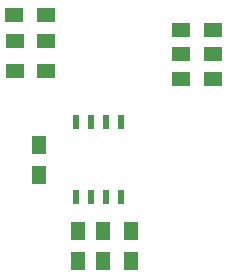
<source format=gbr>
G04 #@! TF.GenerationSoftware,KiCad,Pcbnew,(5.1.4)-1*
G04 #@! TF.CreationDate,2021-01-18T22:47:00+01:00*
G04 #@! TF.ProjectId,Atari XL s-video,41746172-6920-4584-9c20-732d76696465,rev?*
G04 #@! TF.SameCoordinates,Original*
G04 #@! TF.FileFunction,Paste,Bot*
G04 #@! TF.FilePolarity,Positive*
%FSLAX46Y46*%
G04 Gerber Fmt 4.6, Leading zero omitted, Abs format (unit mm)*
G04 Created by KiCad (PCBNEW (5.1.4)-1) date 2021-01-18 22:47:00*
%MOMM*%
%LPD*%
G04 APERTURE LIST*
%ADD10R,1.250000X1.500000*%
%ADD11R,1.500000X1.300000*%
%ADD12R,0.508000X1.143000*%
G04 APERTURE END LIST*
D10*
X191338000Y-81691800D03*
X191338000Y-79191800D03*
X188976000Y-79191800D03*
X188976000Y-81691800D03*
X183566000Y-74427400D03*
X183566000Y-71927400D03*
X186842000Y-81691800D03*
X186842000Y-79191800D03*
D11*
X181479000Y-65633600D03*
X184179000Y-65633600D03*
X184179000Y-63093600D03*
X181479000Y-63093600D03*
X195576000Y-64211200D03*
X198276000Y-64211200D03*
X195576000Y-62153800D03*
X198276000Y-62153800D03*
X195576000Y-66344800D03*
X198276000Y-66344800D03*
X181454000Y-60858400D03*
X184154000Y-60858400D03*
D12*
X190525000Y-76301600D03*
X189255000Y-76301600D03*
X187985000Y-76301600D03*
X186715000Y-76301600D03*
X186715000Y-69951600D03*
X187985000Y-69951600D03*
X189255000Y-69951600D03*
X190525000Y-69951600D03*
M02*

</source>
